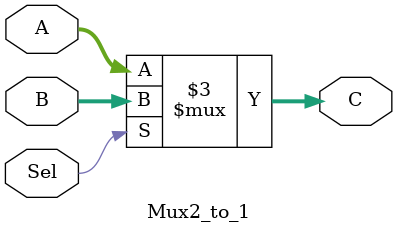
<source format=v>
`timescale 1ns / 1ps


module Mux2_to_1#(
    parameter DATA_WIDTH = 32
)(
    input wire Sel,
    input wire [DATA_WIDTH - 1:0] A,
    input wire [DATA_WIDTH - 1:0] B,
    output reg [DATA_WIDTH - 1:0] C
    );
    always@(*) begin
        if(Sel) C = B;
        else C = A;
    end
endmodule

</source>
